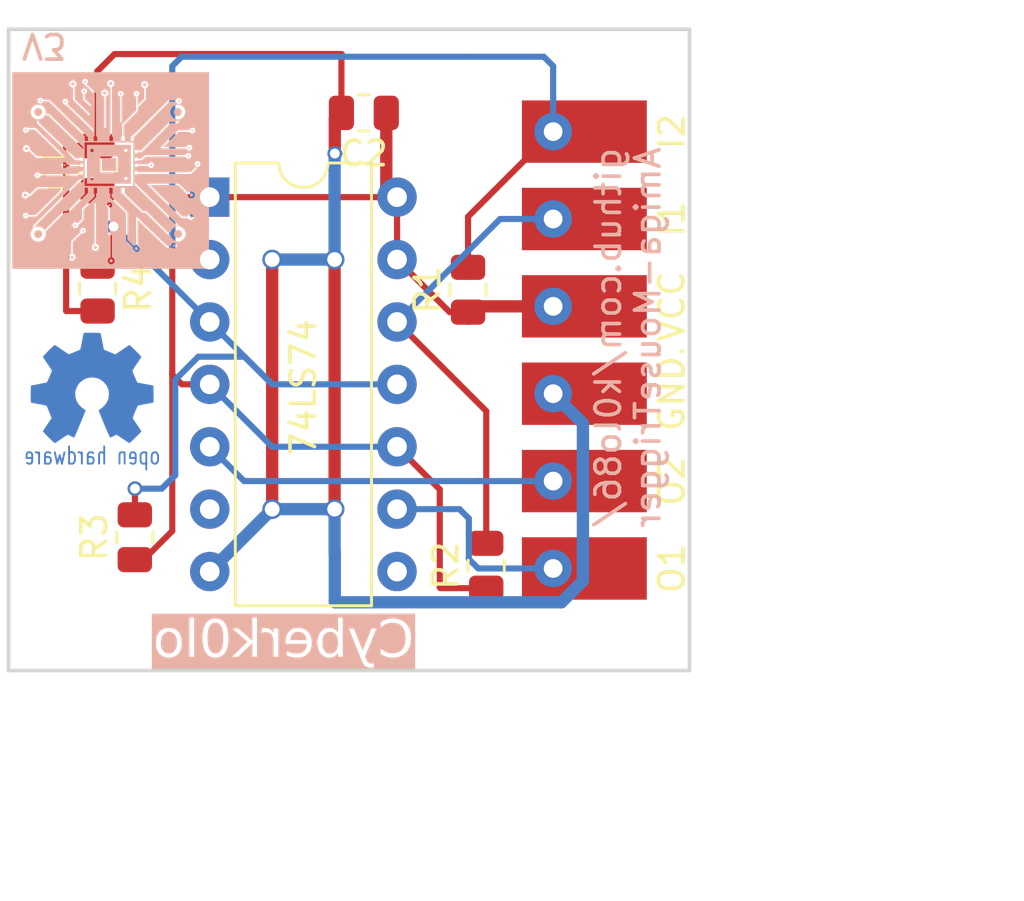
<source format=kicad_pcb>
(kicad_pcb (version 20221018) (generator pcbnew)
  (title_block (title "Amiga-MouseTrigger") (date "2024-12-30") (rev "3") (company "k0lo"))
  (layers (0 "F.Cu" signal) (31 "B.Cu" signal) (36 "B.SilkS" user "B.Silkscreen") (37 "F.SilkS" user "F.Silkscreen") (38 "B.Mask" user) (39 "F.Mask" user) (44 "Edge.Cuts" user))
  (net 0 "")
  (net 1 "Net-(U1A-Cp)")
  (net 2 "VCC")
  (net 3 "GND")
  (net 4 "Net-(J1-Pin_1)")
  (net 5 "Net-(J1-Pin_2)")
  (net 6 "Net-(J2-Pin_1)")
  (net 7 "Net-(J2-Pin_2)")
  (footprint "Resistor_SMD:R_0805_2012Metric" (layer "F.Cu") (at 125.476 99.663 90)
    (fp_text reference "C1" (at 0 -1.65 90) (layer "F.SilkS"))
    (fp_text value "10u")
    (pad "1" smd roundrect (at -0.9125 0 90) (size 1.025 1.4) (layers "F.Cu" "F.Paste" "F.Mask") (roundrect_rratio 0.243902439) (net 1 "Net-(U1A-Cp)"))
    (pad "2" smd roundrect (at 0.9125 0 90) (size 1.025 1.4) (layers "F.Cu" "F.Paste" "F.Mask") (roundrect_rratio 0.243902439) (net 3 "GND"))
  )
  (footprint "Resistor_SMD:R_0805_2012Metric" (layer "F.Cu") (at 136.318 97.409 180)
    (fp_text reference "C2" (at 0 -1.65 180) (layer "F.SilkS"))
    (fp_text value "100n")
    (pad "1" smd roundrect (at -0.9125 0 180) (size 1.025 1.4) (layers "F.Cu" "F.Paste" "F.Mask") (roundrect_rratio 0.243902439) (net 2 "VCC"))
    (pad "2" smd roundrect (at 0.9125 0 180) (size 1.025 1.4) (layers "F.Cu" "F.Paste" "F.Mask") (roundrect_rratio 0.243902439) (net 3 "GND"))
  )
  (footprint "Resistor_SMD:R_0805_2012Metric" (layer "F.Cu") (at 127 114.681 90)
    (fp_text reference "R3" (at 0 -1.65 90) (layer "F.SilkS"))
    (fp_text value "4.7k")
    (pad "1" smd roundrect (at -0.9125 0 90) (size 1.025 1.4) (layers "F.Cu" "F.Paste" "F.Mask") (roundrect_rratio 0.243902439) (net 2 "VCC"))
    (pad "2" smd roundrect (at 0.9125 0 90) (size 1.025 1.4) (layers "F.Cu" "F.Paste" "F.Mask") (roundrect_rratio 0.243902439) (net 1 "Net-(U1A-Cp)"))
  )
  (footprint "Housings_DIP:DIP-14_W7.62mm" (layer "F.Cu") (at 130.048 100.838)
    (fp_text reference "U1" hide)
    (fp_text value "74LS74" (at 3.81 7.747 90) (layer "F.SilkS"))
    (pad "1" thru_hole rect (at 0 0) (size 1.6 1.6) (drill 0.8) (layers "*.Cu" "*.Mask") (net 2 "VCC"))
    (pad "2" thru_hole oval (at 0 2.54) (size 1.6 1.6) (drill 0.8) (layers "*.Cu" "*.Mask") (net 4 "Net-(J1-Pin_1)"))
    (pad "3" thru_hole oval (at 0 5.08) (size 1.6 1.6) (drill 0.8) (layers "*.Cu" "*.Mask") (net 1 "Net-(U1A-Cp)"))
    (pad "4" thru_hole oval (at 0 7.62) (size 1.6 1.6) (drill 0.8) (layers "*.Cu" "*.Mask") (net 2 "VCC"))
    (pad "5" thru_hole oval (at 0 10.16) (size 1.6 1.6) (drill 0.8) (layers "*.Cu" "*.Mask") (net 6 "Net-(J2-Pin_1)"))
    (pad "6" thru_hole oval (at 0 12.7) (size 1.6 1.6) (drill 0.8) (layers "*.Cu" "*.Mask"))
    (pad "7" thru_hole oval (at 0 15.24 45) (size 1.6 1.6) (drill 0.8) (layers "*.Cu" "*.Mask") (net 3 "GND"))
    (pad "8" thru_hole oval (at 7.62 15.24) (size 1.6 1.6) (drill 0.8) (layers "*.Cu" "*.Mask"))
    (pad "9" thru_hole oval (at 7.62 12.7) (size 1.6 1.6) (drill 0.8) (layers "*.Cu" "*.Mask") (net 7 "Net-(J2-Pin_2)"))
    (pad "10" thru_hole oval (at 7.62 10.16) (size 1.6 1.6) (drill 0.8) (layers "*.Cu" "*.Mask") (net 2 "VCC"))
    (pad "11" thru_hole oval (at 7.62 7.62) (size 1.6 1.6) (drill 0.8) (layers "*.Cu" "*.Mask") (net 1 "Net-(U1A-Cp)"))
    (pad "12" thru_hole oval (at 7.62 5.08) (size 1.6 1.6) (drill 0.8) (layers "*.Cu" "*.Mask") (net 5 "Net-(J1-Pin_2)"))
    (pad "13" thru_hole oval (at 7.62 2.54) (size 1.6 1.6) (drill 0.8) (layers "*.Cu" "*.Mask") (net 2 "VCC"))
    (pad "14" thru_hole oval (at 7.62 0) (size 1.6 1.6) (drill 0.8) (layers "*.Cu" "*.Mask") (net 2 "VCC"))
  )
  (footprint "OpenAmigaMouseTrigger:LoosePads-2" (layer "F.Cu") (at 145.288 99.949 90)
    (fp_text reference "J1" hide)
    (fp_text value "INPUT_SIGNALS" hide)
    (pad "1" thru_hole circle (at 1.778 -1.27 90) (size 1.524 1.524) (drill 0.762) (layers "*.Cu" "*.Mask") (net 4 "Net-(J1-Pin_1)"))
    (pad "1" smd rect (at 1.778 0 180) (size 5.08 2.54) (layers "F.Cu" "F.Mask") (net 4 "Net-(J1-Pin_1)"))
    (pad "2" thru_hole circle (at -1.778 -1.27 90) (size 1.524 1.524) (drill 0.762) (layers "*.Cu" "*.Mask") (net 5 "Net-(J1-Pin_2)"))
    (pad "2" smd rect (at -1.778 0 180) (size 5.08 2.54) (layers "F.Cu" "F.Mask") (net 5 "Net-(J1-Pin_2)"))
  )
  (footprint "OpenAmigaMouseTrigger:LoosePads-2" (layer "F.Cu") (at 145.288 114.173 90)
    (fp_text reference "J2" hide)
    (fp_text value "OUTPUT" hide)
    (pad "1" thru_hole circle (at 1.778 -1.27 90) (size 1.524 1.524) (drill 0.762) (layers "*.Cu" "*.Mask") (net 6 "Net-(J2-Pin_1)"))
    (pad "1" smd rect (at 1.778 0 180) (size 5.08 2.54) (layers "F.Cu" "F.Mask") (net 6 "Net-(J2-Pin_1)"))
    (pad "2" thru_hole circle (at -1.778 -1.27 90) (size 1.524 1.524) (drill 0.762) (layers "*.Cu" "*.Mask") (net 7 "Net-(J2-Pin_2)"))
    (pad "2" smd rect (at -1.778 0 180) (size 5.08 2.54) (layers "F.Cu" "F.Mask") (net 7 "Net-(J2-Pin_2)"))
  )
  (footprint "OpenAmigaMouseTrigger:LoosePads-2" (layer "F.Cu") (at 145.288 107.061 90)
    (fp_text reference "J3" hide)
    (fp_text value "POWER" hide)
    (pad "1" thru_hole circle (at 1.778 -1.27 90) (size 1.524 1.524) (drill 0.762) (layers "*.Cu" "*.Mask") (net 2 "VCC"))
    (pad "1" smd rect (at 1.778 0 180) (size 5.08 2.54) (layers "F.Cu" "F.Mask") (net 2 "VCC"))
    (pad "2" thru_hole circle (at -1.778 -1.27 90) (size 1.524 1.524) (drill 0.762) (layers "*.Cu" "*.Mask") (net 3 "GND"))
    (pad "2" smd rect (at -1.778 0 180) (size 5.08 2.54) (layers "F.Cu" "F.Mask") (net 3 "GND"))
  )
  (footprint "Resistor_SMD:R_0805_2012Metric" (layer "F.Cu") (at 140.556 104.6065 90)
    (fp_text reference "R1" (at 0 -1.65 90) (layer "F.SilkS"))
    (fp_text value "22k")
    (pad "1" smd roundrect (at -0.9125 0 90) (size 1.025 1.4) (layers "F.Cu" "F.Paste" "F.Mask") (roundrect_rratio 0.243902439) (net 2 "VCC"))
    (pad "2" smd roundrect (at 0.9125 0 90) (size 1.025 1.4) (layers "F.Cu" "F.Paste" "F.Mask") (roundrect_rratio 0.243902439) (net 4 "Net-(J1-Pin_1)"))
  )
  (footprint "Resistor_SMD:R_0805_2012Metric" (layer "F.Cu") (at 141.296 115.8415 90)
    (fp_text reference "R2" (at 0 -1.65 90) (layer "F.SilkS"))
    (fp_text value "22k")
    (pad "1" smd roundrect (at -0.9125 0 90) (size 1.025 1.4) (layers "F.Cu" "F.Paste" "F.Mask") (roundrect_rratio 0.243902439) (net 2 "VCC"))
    (pad "2" smd roundrect (at 0.9125 0 90) (size 1.025 1.4) (layers "F.Cu" "F.Paste" "F.Mask") (roundrect_rratio 0.243902439) (net 5 "Net-(J1-Pin_2)"))
  )
  (footprint "Resistor_SMD:R_0805_2012Metric" (layer "F.Cu") (at 125.486 104.5615 -90)
    (fp_text reference "R4" (at 0 -1.65 -90) (layer "F.SilkS"))
    (fp_text value "330k")
    (pad "1" smd roundrect (at -0.9125 0 270) (size 1.025 1.4) (layers "F.Cu" "F.Paste" "F.Mask") (roundrect_rratio 0.243902439) (net 1 "Net-(U1A-Cp)"))
    (pad "2" smd roundrect (at 0.9125 0 270) (size 1.025 1.4) (layers "F.Cu" "F.Paste" "F.Mask") (roundrect_rratio 0.243902439) (net 3 "GND"))
  )
  (footprint "w_logo:Logo_copper_OSHW_6x6mm" (layer "B.Cu") (at 125.266 108.604 180)
    (fp_text reference "J99" hide)
    (fp_text value "OSHW_LOGO" hide)
    (fp_line (start -2.68 -2.95) (end -2.66 -3.01) (stroke (width 0.075)) (layer "B.Cu"))
    (fp_line (start -2.68 -2.75) (end -2.68 -2.95) (stroke (width 0.075)) (layer "B.Cu"))
    (fp_line (start -2.66 -3.01) (end -2.64 -3.04) (stroke (width 0.075)) (layer "B.Cu"))
    (fp_line (start -2.65 -2.68) (end -2.68 -2.75) (stroke (width 0.075)) (layer "B.Cu"))
    (fp_line (start -2.64 -3.04) (end -2.59 -3.08) (stroke (width 0.075)) (layer "B.Cu"))
    (fp_line (start -2.63 -2.65) (end -2.65 -2.68) (stroke (width 0.075)) (layer "B.Cu"))
    (fp_line (start -2.59 -3.08) (end -2.51 -3.08) (stroke (width 0.075)) (layer "B.Cu"))
    (fp_line (start -2.59 -2.62) (end -2.63 -2.65) (stroke (width 0.075)) (layer "B.Cu"))
    (fp_line (start -2.51 -3.08) (end -2.46 -3.05) (stroke (width 0.075)) (layer "B.Cu"))
    (fp_line (start -2.51 -2.62) (end -2.59 -2.62) (stroke (width 0.075)) (layer "B.Cu"))
    (fp_line (start -2.46 -3.05) (end -2.44 -3.02) (stroke (width 0.075)) (layer "B.Cu"))
    (fp_line (start -2.46 -2.66) (end -2.51 -2.62) (stroke (width 0.075)) (layer "B.Cu"))
    (fp_line (start -2.44 -3.02) (end -2.42 -2.95) (stroke (width 0.075)) (layer "B.Cu"))
    (fp_line (start -2.44 -2.69) (end -2.46 -2.66) (stroke (width 0.075)) (layer "B.Cu"))
    (fp_line (start -2.42 -2.95) (end -2.42 -2.75) (stroke (width 0.075)) (layer "B.Cu"))
    (fp_line (start -2.42 -2.75) (end -2.44 -2.69) (stroke (width 0.075)) (layer "B.Cu"))
    (fp_line (start -2.2 -3.32) (end -2.2 -2.62) (stroke (width 0.075)) (layer "B.Cu"))
    (fp_line (start -2.2 -2.65) (end -2.16 -2.62) (stroke (width 0.075)) (layer "B.Cu"))
    (fp_line (start -2.16 -2.62) (end -2.06 -2.62) (stroke (width 0.075)) (layer "B.Cu"))
    (fp_line (start -2.15 -3.08) (end -2.2 -3.05) (stroke (width 0.075)) (layer "B.Cu"))
    (fp_line (start -2.06 -2.62) (end -2.02 -2.65) (stroke (width 0.075)) (layer "B.Cu"))
    (fp_line (start -2.05 -3.08) (end -2.15 -3.08) (stroke (width 0.075)) (layer "B.Cu"))
    (fp_line (start -2.02 -2.65) (end -1.99 -2.68) (stroke (width 0.075)) (layer "B.Cu"))
    (fp_line (start -2.01 -3.05) (end -2.05 -3.08) (stroke (width 0.075)) (layer "B.Cu"))
    (fp_line (start -1.99 -3.02) (end -2.01 -3.05) (stroke (width 0.075)) (layer "B.Cu"))
    (fp_line (start -1.99 -2.68) (end -1.97 -2.74) (stroke (width 0.075)) (layer "B.Cu"))
    (fp_line (start -1.97 -2.96) (end -1.99 -3.02) (stroke (width 0.075)) (layer "B.Cu"))
    (fp_line (start -1.97 -2.74) (end -1.97 -2.96) (stroke (width 0.075)) (layer "B.Cu"))
    (fp_line (start -1.77 -2.98) (end -1.75 -3.05) (stroke (width 0.075)) (layer "B.Cu"))
    (fp_line (start -1.77 -2.71) (end -1.77 -2.98) (stroke (width 0.075)) (layer "B.Cu"))
    (fp_line (start -1.75 -3.05) (end -1.71 -3.08) (stroke (width 0.075)) (layer "B.Cu"))
    (fp_line (start -1.74 -2.65) (end -1.77 -2.71) (stroke (width 0.075)) (layer "B.Cu"))
    (fp_line (start -1.71 -3.08) (end -1.61 -3.08) (stroke (width 0.075)) (layer "B.Cu"))
    (fp_line (start -1.7 -2.62) (end -1.74 -2.65) (stroke (width 0.075)) (layer "B.Cu"))
    (fp_line (start -1.61 -3.08) (end -1.56 -3.05) (stroke (width 0.075)) (layer "B.Cu"))
    (fp_line (start -1.6 -2.62) (end -1.7 -2.62) (stroke (width 0.075)) (layer "B.Cu"))
    (fp_line (start -1.56 -2.66) (end -1.6 -2.62) (stroke (width 0.075)) (layer "B.Cu"))
    (fp_line (start -1.54 -2.85) (end -1.77 -2.85) (stroke (width 0.075)) (layer "B.Cu"))
    (fp_line (start -1.54 -2.85) (end -1.54 -2.73) (stroke (width 0.075)) (layer "B.Cu"))
    (fp_line (start -1.54 -2.73) (end -1.56 -2.66) (stroke (width 0.075)) (layer "B.Cu"))
    (fp_line (start -1.32 -2.68) (end -1.3 -2.65) (stroke (width 0.075)) (layer "B.Cu"))
    (fp_line (start -1.32 -2.62) (end -1.32 -3.08) (stroke (width 0.075)) (layer "B.Cu"))
    (fp_line (start -1.3 -2.65) (end -1.26 -2.62) (stroke (width 0.075)) (layer "B.Cu"))
    (fp_line (start -1.26 -2.62) (end -1.17 -2.62) (stroke (width 0.075)) (layer "B.Cu"))
    (fp_line (start -1.17 -2.62) (end -1.13 -2.65) (stroke (width 0.075)) (layer "B.Cu"))
    (fp_line (start -1.13 -2.65) (end -1.11 -2.71) (stroke (width 0.075)) (layer "B.Cu"))
    (fp_line (start -1.11 -2.71) (end -1.11 -3.08) (stroke (width 0.075)) (layer "B.Cu"))
    (fp_line (start -0.49 -2.69) (end -0.47 -2.65) (stroke (width 0.075)) (layer "B.Cu"))
    (fp_line (start -0.49 -2.38) (end -0.49 -3.08) (stroke (width 0.075)) (layer "B.Cu"))
    (fp_line (start -0.47 -2.65) (end -0.42 -2.62) (stroke (width 0.075)) (layer "B.Cu"))
    (fp_line (start -0.42 -2.62) (end -0.34 -2.62) (stroke (width 0.075)) (layer "B.Cu"))
    (fp_line (start -0.34 -2.62) (end -0.3 -2.65) (stroke (width 0.075)) (layer "B.Cu"))
    (fp_line (start -0.3 -2.65) (end -0.28 -2.71) (stroke (width 0.075)) (layer "B.Cu"))
    (fp_line (start -0.28 -2.71) (end -0.28 -3.08) (stroke (width 0.075)) (layer "B.Cu"))
    (fp_line (start -0.06 -2.98) (end -0.04 -3.04) (stroke (width 0.075)) (layer "B.Cu"))
    (fp_line (start -0.06 -2.91) (end -0.06 -2.98) (stroke (width 0.075)) (layer "B.Cu"))
    (fp_line (start -0.04 -3.04) (end 0.01 -3.08) (stroke (width 0.075)) (layer "B.Cu"))
    (fp_line (start -0.04 -2.65) (end 0.01 -2.62) (stroke (width 0.075)) (layer "B.Cu"))
    (fp_line (start -0.03 -2.84) (end -0.06 -2.91) (stroke (width 0.075)) (layer "B.Cu"))
    (fp_line (start 0.01 -3.08) (end 0.13 -3.08) (stroke (width 0.075)) (layer "B.Cu"))
    (fp_line (start 0.01 -2.62) (end 0.11 -2.62) (stroke (width 0.075)) (layer "B.Cu"))
    (fp_line (start 0.02 -2.81) (end -0.03 -2.84) (stroke (width 0.075)) (layer "B.Cu"))
    (fp_line (start 0.11 -2.62) (end 0.15 -2.65) (stroke (width 0.075)) (layer "B.Cu"))
    (fp_line (start 0.13 -3.08) (end 0.18 -3.04) (stroke (width 0.075)) (layer "B.Cu"))
    (fp_line (start 0.14 -2.81) (end 0.02 -2.81) (stroke (width 0.075)) (layer "B.Cu"))
    (fp_line (start 0.15 -2.65) (end 0.18 -2.71) (stroke (width 0.075)) (layer "B.Cu"))
    (fp_line (start 0.18 -2.78) (end 0.14 -2.81) (stroke (width 0.075)) (layer "B.Cu"))
    (fp_line (start 0.18 -2.71) (end 0.18 -3.08) (stroke (width 0.075)) (layer "B.Cu"))
    (fp_line (start 0.42 -2.74) (end 0.44 -2.67) (stroke (width 0.075)) (layer "B.Cu"))
    (fp_line (start 0.42 -2.62) (end 0.42 -3.08) (stroke (width 0.075)) (layer "B.Cu"))
    (fp_line (start 0.44 -2.67) (end 0.46 -2.65) (stroke (width 0.075)) (layer "B.Cu"))
    (fp_line (start 0.46 -2.65) (end 0.51 -2.62) (stroke (width 0.075)) (layer "B.Cu"))
    (fp_line (start 0.51 -2.62) (end 0.56 -2.62) (stroke (width 0.075)) (layer "B.Cu"))
    (fp_line (start 0.7 -2.95) (end 0.7 -2.75) (stroke (width 0.075)) (layer "B.Cu"))
    (fp_line (start 0.7 -2.75) (end 0.73 -2.68) (stroke (width 0.075)) (layer "B.Cu"))
    (fp_line (start 0.73 -3.02) (end 0.7 -2.95) (stroke (width 0.075)) (layer "B.Cu"))
    (fp_line (start 0.73 -2.68) (end 0.75 -2.65) (stroke (width 0.075)) (layer "B.Cu"))
    (fp_line (start 0.75 -3.05) (end 0.73 -3.02) (stroke (width 0.075)) (layer "B.Cu"))
    (fp_line (start 0.75 -2.65) (end 0.81 -2.61) (stroke (width 0.075)) (layer "B.Cu"))
    (fp_line (start 0.79 -3.08) (end 0.75 -3.05) (stroke (width 0.075)) (layer "B.Cu"))
    (fp_line (start 0.81 -2.61) (end 0.88 -2.61) (stroke (width 0.075)) (layer "B.Cu"))
    (fp_line (start 0.88 -2.61) (end 0.94 -2.65) (stroke (width 0.075)) (layer "B.Cu"))
    (fp_line (start 0.9 -3.08) (end 0.79 -3.08) (stroke (width 0.075)) (layer "B.Cu"))
    (fp_line (start 0.94 -3.05) (end 0.9 -3.08) (stroke (width 0.075)) (layer "B.Cu"))
    (fp_line (start 0.94 -2.38) (end 0.94 -3.08) (stroke (width 0.075)) (layer "B.Cu"))
    (fp_line (start 1.13 -2.62) (end 1.23 -3.08) (stroke (width 0.075)) (layer "B.Cu"))
    (fp_line (start 1.23 -3.08) (end 1.32 -2.74) (stroke (width 0.075)) (layer "B.Cu"))
    (fp_line (start 1.32 -2.74) (end 1.42 -3.08) (stroke (width 0.075)) (layer "B.Cu"))
    (fp_line (start 1.42 -3.08) (end 1.52 -2.62) (stroke (width 0.075)) (layer "B.Cu"))
    (fp_line (start 1.68 -2.98) (end 1.7 -3.04) (stroke (width 0.075)) (layer "B.Cu"))
    (fp_line (start 1.68 -2.91) (end 1.68 -2.98) (stroke (width 0.075)) (layer "B.Cu"))
    (fp_line (start 1.7 -3.04) (end 1.75 -3.08) (stroke (width 0.075)) (layer "B.Cu"))
    (fp_line (start 1.7 -2.65) (end 1.75 -2.62) (stroke (width 0.075)) (layer "B.Cu"))
    (fp_line (start 1.71 -2.84) (end 1.68 -2.91) (stroke (width 0.075)) (layer "B.Cu"))
    (fp_line (start 1.75 -3.08) (end 1.87 -3.08) (stroke (width 0.075)) (layer "B.Cu"))
    (fp_line (start 1.75 -2.62) (end 1.85 -2.62) (stroke (width 0.075)) (layer "B.Cu"))
    (fp_line (start 1.76 -2.81) (end 1.71 -2.84) (stroke (width 0.075)) (layer "B.Cu"))
    (fp_line (start 1.85 -2.62) (end 1.89 -2.65) (stroke (width 0.075)) (layer "B.Cu"))
    (fp_line (start 1.87 -3.08) (end 1.92 -3.04) (stroke (width 0.075)) (layer "B.Cu"))
    (fp_line (start 1.88 -2.81) (end 1.76 -2.81) (stroke (width 0.075)) (layer "B.Cu"))
    (fp_line (start 1.89 -2.65) (end 1.92 -2.71) (stroke (width 0.075)) (layer "B.Cu"))
    (fp_line (start 1.92 -2.78) (end 1.88 -2.81) (stroke (width 0.075)) (layer "B.Cu"))
    (fp_line (start 1.92 -2.71) (end 1.92 -3.08) (stroke (width 0.075)) (layer "B.Cu"))
    (fp_line (start 2.16 -2.74) (end 2.18 -2.67) (stroke (width 0.075)) (layer "B.Cu"))
    (fp_line (start 2.16 -2.62) (end 2.16 -3.08) (stroke (width 0.075)) (layer "B.Cu"))
    (fp_line (start 2.18 -2.67) (end 2.2 -2.65) (stroke (width 0.075)) (layer "B.Cu"))
    (fp_line (start 2.2 -2.65) (end 2.25 -2.62) (stroke (width 0.075)) (layer "B.Cu"))
    (fp_line (start 2.25 -2.62) (end 2.3 -2.62) (stroke (width 0.075)) (layer "B.Cu"))
    (fp_line (start 2.44 -2.98) (end 2.46 -3.05) (stroke (width 0.075)) (layer "B.Cu"))
    (fp_line (start 2.44 -2.71) (end 2.44 -2.98) (stroke (width 0.075)) (layer "B.Cu"))
    (fp_line (start 2.46 -3.05) (end 2.5 -3.08) (stroke (width 0.075)) (layer "B.Cu"))
    (fp_line (start 2.47 -2.65) (end 2.44 -2.71) (stroke (width 0.075)) (layer "B.Cu"))
    (fp_line (start 2.5 -3.08) (end 2.6 -3.08) (stroke (width 0.075)) (layer "B.Cu"))
    (fp_line (start 2.51 -2.62) (end 2.47 -2.65) (stroke (width 0.075)) (layer "B.Cu"))
    (fp_line (start 2.6 -3.08) (end 2.65 -3.05) (stroke (width 0.075)) (layer "B.Cu"))
    (fp_line (start 2.61 -2.62) (end 2.51 -2.62) (stroke (width 0.075)) (layer "B.Cu"))
    (fp_line (start 2.65 -2.66) (end 2.61 -2.62) (stroke (width 0.075)) (layer "B.Cu"))
    (fp_line (start 2.67 -2.85) (end 2.44 -2.85) (stroke (width 0.075)) (layer "B.Cu"))
    (fp_line (start 2.67 -2.85) (end 2.67 -2.73) (stroke (width 0.075)) (layer "B.Cu"))
    (fp_line (start 2.67 -2.73) (end 2.65 -2.66) (stroke (width 0.075)) (layer "B.Cu"))
    (fp_poly (pts (xy -1.51384 -2.24536) (xy -1.48844 -2.23012) (xy -1.43002 -2.19456) (xy -1.3462 -2.13868) (xy -1.24714 -2.07264) (xy -1.14808 -2.0066) (xy -1.0668 -1.95326) (xy -1.01092 -1.91516) (xy -0.98552 -1.90246) (xy -0.97282 -1.90754) (xy -0.9271 -1.9304) (xy -0.85852 -1.96596) (xy -0.81788 -1.98628) (xy -0.75692 -2.01168) (xy -0.7239 -2.0193) (xy -0.71882 -2.00914) (xy -0.69596 -1.96088) (xy -0.6604 -1.8796) (xy -0.61468 -1.77038) (xy -0.5588 -1.64338) (xy -0.50292 -1.50876) (xy -0.4445 -1.36906) (xy -0.38862 -1.23444) (xy -0.34036 -1.11506) (xy -0.29972 -1.01854) (xy -0.27432 -0.94996) (xy -0.26416 -0.92202) (xy -0.2667 -0.9144) (xy -0.29972 -0.88392) (xy -0.35306 -0.84328) (xy -0.47244 -0.74676) (xy -0.58928 -0.60198) (xy -0.6604 -0.43688) (xy -0.68326 -0.25146) (xy -0.66294 -0.08128) (xy -0.5969 0.08128) (xy -0.4826 0.2286) (xy -0.3429 0.33782) (xy -0.18034 0.4064) (xy 0 0.42926) (xy 0.17272 0.40894) (xy 0.34036 0.3429) (xy 0.48768 0.23114) (xy 0.55118 0.16002) (xy 0.63754 0.01016) (xy 0.6858 -0.14732) (xy 0.69088 -0.18796) (xy 0.68326 -0.36322) (xy 0.63246 -0.5334) (xy 0.53848 -0.68326) (xy 0.40894 -0.80772) (xy 0.3937 -0.81788) (xy 0.33528 -0.8636) (xy 0.29464 -0.89408) (xy 0.26416 -0.91948) (xy 0.48768 -1.45796) (xy 0.52324 -1.54178) (xy 0.5842 -1.6891) (xy 0.63754 -1.8161) (xy 0.68072 -1.9177) (xy 0.7112 -1.98374) (xy 0.7239 -2.01168) (xy 0.7239 -2.01422) (xy 0.74422 -2.01676) (xy 0.78486 -2.00152) (xy 0.86106 -1.96596) (xy 0.90932 -1.94056) (xy 0.96774 -1.91262) (xy 0.99314 -1.90246) (xy 1.016 -1.91516) (xy 1.06934 -1.95072) (xy 1.15062 -2.00406) (xy 1.24714 -2.06756) (xy 1.33858 -2.13106) (xy 1.4224 -2.18694) (xy 1.48336 -2.22504) (xy 1.51384 -2.24282) (xy 1.51892 -2.24282) (xy 1.54432 -2.22758) (xy 1.59258 -2.18694) (xy 1.66624 -2.11836) (xy 1.77038 -2.01422) (xy 1.78562 -1.99898) (xy 1.87198 -1.91262) (xy 1.94056 -1.83896) (xy 1.98628 -1.78816) (xy 2.00406 -1.7653) (xy 1.98882 -1.73482) (xy 1.95072 -1.67386) (xy 1.89484 -1.5875) (xy 1.82626 -1.48844) (xy 1.64846 -1.22936) (xy 1.74498 -0.98552) (xy 1.77546 -0.90932) (xy 1.81356 -0.82042) (xy 1.8415 -0.75438) (xy 1.85674 -0.72644) (xy 1.88214 -0.71628) (xy 1.95072 -0.70104) (xy 2.04724 -0.68072) (xy 2.16154 -0.6604) (xy 2.2733 -0.64008) (xy 2.37236 -0.61976) (xy 2.44348 -0.60706) (xy 2.4765 -0.59944) (xy 2.48412 -0.59436) (xy 2.49174 -0.57912) (xy 2.49428 -0.5461) (xy 2.49682 -0.48514) (xy 2.49936 -0.39116) (xy 2.49936 -0.25146) (xy 2.49936 -0.23622) (xy 2.49682 -0.10668) (xy 2.49428 0) (xy 2.49174 0.06604) (xy 2.48666 0.09398) (xy 2.45618 0.1016) (xy 2.38506 0.11684) (xy 2.286 0.13462) (xy 2.16662 0.15748) (xy 2.159 0.16002) (xy 2.04216 0.18288) (xy 1.9431 0.2032) (xy 1.87198 0.21844) (xy 1.84404 0.2286) (xy 1.83642 0.23622) (xy 1.81356 0.28194) (xy 1.78054 0.3556) (xy 1.7399 0.4445) (xy 1.7018 0.53848) (xy 1.66878 0.6223) (xy 1.64592 0.68326) (xy 1.6383 0.7112) (xy 1.64084 0.71374) (xy 1.65862 0.74168) (xy 1.69926 0.80264) (xy 1.75514 0.88646) (xy 1.82372 0.98806) (xy 1.8288 0.99568) (xy 1.89738 1.09474) (xy 1.95326 1.1811) (xy 1.98882 1.23952) (xy 2.00406 1.26746) (xy 2.00406 1.27) (xy 1.9812 1.30048) (xy 1.9304 1.35636) (xy 1.85674 1.43256) (xy 1.77038 1.52146) (xy 1.74244 1.54686) (xy 1.64338 1.64338) (xy 1.57734 1.70434) (xy 1.53416 1.73736) (xy 1.51384 1.74498) (xy 1.48336 1.7272) (xy 1.41986 1.68656) (xy 1.33604 1.62814) (xy 1.23444 1.55956) (xy 1.22682 1.55448) (xy 1.12776 1.4859) (xy 1.04394 1.43002) (xy 0.98552 1.38938) (xy 0.95758 1.37414) (xy 0.95504 1.37414) (xy 0.9144 1.38684) (xy 0.84328 1.41224) (xy 0.75438 1.44526) (xy 0.66294 1.48336) (xy 0.57912 1.51892) (xy 0.51562 1.54686) (xy 0.48514 1.56464) (xy 0.47498 1.6002) (xy 0.4572 1.6764) (xy 0.43688 1.778) (xy 0.41148 1.89992) (xy 0.40894 1.92024) (xy 0.38608 2.03962) (xy 0.3683 2.13868) (xy 0.35306 2.20726) (xy 0.34544 2.2352) (xy 0.3302 2.23774) (xy 0.27178 2.24282) (xy 0.18288 2.24536) (xy 0.07366 2.24536) (xy -0.0381 2.24536) (xy -0.14732 2.24282) (xy -0.2413 2.24028) (xy -0.30988 2.2352) (xy -0.33782 2.23012) (xy -0.33782 2.22758) (xy -0.34798 2.18948) (xy -0.36576 2.11582) (xy -0.38608 2.01168) (xy -0.40894 1.88976) (xy -0.41402 1.8669) (xy -0.43688 1.75006) (xy -0.4572 1.651) (xy -0.4699 1.58496) (xy -0.47752 1.55702) (xy -0.49022 1.55194) (xy -0.53848 1.53162) (xy -0.61722 1.4986) (xy -0.71628 1.45796) (xy -0.94488 1.36652) (xy -1.22682 1.55702) (xy -1.25222 1.5748) (xy -1.35382 1.64338) (xy -1.4351 1.69926) (xy -1.49352 1.73736) (xy -1.51638 1.75006) (xy -1.51892 1.75006) (xy -1.54686 1.72466) (xy -1.60274 1.67132) (xy -1.67894 1.59766) (xy -1.76784 1.5113) (xy -1.83134 1.44526) (xy -1.91008 1.36652) (xy -1.95834 1.31318) (xy -1.98628 1.28016) (xy -1.9939 1.25984) (xy -1.99136 1.2446) (xy -1.97358 1.21666) (xy -1.93294 1.1557) (xy -1.87452 1.06934) (xy -1.80594 0.97028) (xy -1.75006 0.88646) (xy -1.6891 0.79248) (xy -1.651 0.72644) (xy -1.63576 0.69342) (xy -1.64084 0.68072) (xy -1.65862 0.62484) (xy -1.69418 0.54102) (xy -1.73482 0.44196) (xy -1.83388 0.22098) (xy -1.97866 0.19304) (xy -2.06756 0.17526) (xy -2.18948 0.1524) (xy -2.30886 0.12954) (xy -2.49174 0.09398) (xy -2.49936 -0.58166) (xy -2.47142 -0.59436) (xy -2.44348 -0.60198) (xy -2.3749 -0.61722) (xy -2.27838 -0.63754) (xy -2.16154 -0.65786) (xy -2.06502 -0.67564) (xy -1.96596 -0.69596) (xy -1.89484 -0.70866) (xy -1.86436 -0.71628) (xy -1.8542 -0.72644) (xy -1.83134 -0.7747) (xy -1.79578 -0.8509) (xy -1.75514 -0.94234) (xy -1.71704 -1.03632) (xy -1.68148 -1.12522) (xy -1.65862 -1.19126) (xy -1.64846 -1.22428) (xy -1.66116 -1.25222) (xy -1.69926 -1.31064) (xy -1.7526 -1.39192) (xy -1.82118 -1.49098) (xy -1.88722 -1.5875) (xy -1.94564 -1.67132) (xy -1.98374 -1.73228) (xy -2.00152 -1.76022) (xy -1.99136 -1.778) (xy -1.95326 -1.82626) (xy -1.8796 -1.90246) (xy -1.76784 -2.01168) (xy -1.75006 -2.02946) (xy -1.6637 -2.11328) (xy -1.59004 -2.18186) (xy -1.5367 -2.22758) (xy -1.51384 -2.24536)) (stroke (width 0.00254)) (fill solid) (layer "B.Cu"))
  )
  (footprint "Library:cyberkolo_logo_pcb" (layer "B.Cu") (at 126.016 99.754 180)
    (fp_text reference "G***" hide)
    (fp_text value "LOGO" hide)
  )
  (gr_rect (start 149.2406 107.1036) (end 149.266 107.129) (stroke (width 0.15)) (fill none) (layer "F.SilkS"))
  (gr_rect (start 121.866 94.004) (end 149.566 120.104) (stroke (width 0.15)) (fill none) (layer "Edge.Cuts"))
  (gr_text "V3" (at 123.316 94.674 180) (layer "B.SilkS") (effects (font (size 1 1)) (justify mirror)))
  (gr_text "Cyberk0lo" (at 138.356 119.804) (layer "B.SilkS" knockout) (effects (font (size 1.5 1.5) (thickness 0.1875)) (justify left bottom mirror)))
  (gr_text "github.com/k0lo86/\nAmiga-MouseTrigger" (at 147.066 106.553 90) (layer "B.SilkS") (effects (font (size 1 1)) (justify mirror)))
  (gr_text "GND" (at 148.844 108.839 90) (layer "F.SilkS") (effects (font (size 1 1))))
  (gr_text "I2" (at 148.844 98.171 90) (layer "F.SilkS") (effects (font (size 1 1))))
  (gr_text "I1" (at 148.844 101.727 90) (layer "F.SilkS") (effects (font (size 1 1))))
  (gr_text "O2" (at 148.844 112.395 90) (layer "F.SilkS") (effects (font (size 1 1))))
  (gr_text "O1" (at 148.844 115.951 90) (layer "F.SilkS") (effects (font (size 1 1))))
  (gr_text "VCC" (at 148.844 105.283 90) (layer "F.SilkS") (effects (font (size 1 1))))
  (segment (start 126.136 102.034) (end 126.136 102.999) (width 0.25) (layer "F.Cu") (net 1))
  (segment (start 126.136 102.999) (end 125.486 103.649) (width 0.25) (layer "F.Cu") (net 1))
  (segment (start 126.136 102.034) (end 126.136 101.2355) (width 0.25) (layer "F.Cu") (net 1))
  (segment (start 127.006 113.7625) (end 127 113.7685) (width 0.25) (layer "F.Cu") (net 1))
  (segment (start 126.136 101.2355) (end 125.476 100.5755) (width 0.25) (layer "F.Cu") (net 1))
  (segment (start 127.006 112.704) (end 127.006 113.7625) (width 0.25) (layer "F.Cu") (net 1))
  (via (at 126.136 102.034) (size 0.6) (drill 0.4) (layers "F.Cu" "B.Cu") (net 1))
  (via (at 127.006 112.704) (size 0.6) (drill 0.4) (layers "F.Cu" "B.Cu") (net 1))
  (segment (start 126.164 102.034) (end 126.136 102.034) (width 0.25) (layer "B.Cu") (net 1))
  (segment (start 132.588 108.458) (end 130.048 105.918) (width 0.25) (layer "B.Cu") (net 1))
  (segment (start 128.6455 108.269509) (end 129.582009 107.333) (width 0.25) (layer "B.Cu") (net 1))
  (segment (start 126.136 102.006) (end 126.144 102.014) (width 0.25) (layer "B.Cu") (net 1))
  (segment (start 127.006 112.704) (end 128.096 112.704) (width 0.25) (layer "B.Cu") (net 1))
  (segment (start 137.668 108.458) (end 132.588 108.458) (width 0.25) (layer "B.Cu") (net 1))
  (segment (start 128.6455 112.1545) (end 128.6455 108.269509) (width 0.25) (layer "B.Cu") (net 1))
  (segment (start 131.463 107.333) (end 132.588 108.458) (width 0.25) (layer "B.Cu") (net 1))
  (segment (start 126.136 102.034) (end 126.136 102.006) (width 0.25) (layer "B.Cu") (net 1))
  (segment (start 128.096 112.704) (end 128.6455 112.1545) (width 0.25) (layer "B.Cu") (net 1))
  (segment (start 129.582009 107.333) (end 131.463 107.333) (width 0.25) (layer "B.Cu") (net 1))
  (segment (start 130.048 105.918) (end 126.164 102.034) (width 0.25) (layer "B.Cu") (net 1))
  (segment (start 127.3575 115.5935) (end 128.27 114.681) (width 0.25) (layer "F.Cu") (net 2))
  (segment (start 141.097 105.283) (end 140.589 105.791) (width 0.5) (layer "F.Cu") (net 2))
  (segment (start 128.524 101.092) (end 128.778 100.838) (width 0.25) (layer "F.Cu") (net 2))
  (segment (start 137.668 100.838) (end 137.668 103.378) (width 0.25) (layer "F.Cu") (net 2))
  (segment (start 130.048 100.838) (end 137.668 100.838) (width 0.25) (layer "F.Cu") (net 2))
  (segment (start 137.2305 97.409) (end 137.2305 100.4005) (width 0.5) (layer "F.Cu") (net 2))
  (segment (start 128.524 107.95) (end 128.524 101.092) (width 0.25) (layer "F.Cu") (net 2))
  (segment (start 139.436 116.754) (end 141.296 116.754) (width 0.25) (layer "F.Cu") (net 2))
  (segment (start 127 115.5935) (end 127.3575 115.5935) (width 0.5) (layer "F.Cu") (net 2))
  (segment (start 128.524 108.06537) (end 128.524 107.95) (width 0.25) (layer "F.Cu") (net 2))
  (segment (start 139.809 105.519) (end 140.556 105.519) (width 0.25) (layer "F.Cu") (net 2))
  (segment (start 144.018 105.283) (end 140.589 105.283) (width 0.5) (layer "F.Cu") (net 2))
  (segment (start 139.406 116.724) (end 139.436 116.754) (width 0.25) (layer "F.Cu") (net 2))
  (segment (start 130.048 108.458) (end 128.91663 108.458) (width 0.25) (layer "F.Cu") (net 2))
  (segment (start 128.524 114.427) (end 128.524 107.95) (width 0.25) (layer "F.Cu") (net 2))
  (segment (start 137.2305 100.4005) (end 137.668 100.838) (width 0.5) (layer "F.Cu") (net 2))
  (segment (start 139.406 112.736) (end 139.406 116.724) (width 0.25) (layer "F.Cu") (net 2))
  (segment (start 128.91663 108.458) (end 128.524 108.06537) (width 0.25) (layer "F.Cu") (net 2))
  (segment (start 128.27 114.681) (end 128.524 114.427) (width 0.25) (layer "F.Cu") (net 2))
  (segment (start 137.668 110.998) (end 139.406 112.736) (width 0.25) (layer "F.Cu") (net 2))
  (segment (start 137.668 103.378) (end 139.809 105.519) (width 0.25) (layer "F.Cu") (net 2))
  (segment (start 128.778 100.838) (end 130.048 100.838) (width 0.25) (layer "F.Cu") (net 2))
  (segment (start 137.668 110.998) (end 132.588 110.998) (width 0.25) (layer "B.Cu") (net 2))
  (segment (start 132.588 110.998) (end 130.048 108.458) (width 0.25) (layer "B.Cu") (net 2))
  (segment (start 135.128 103.378) (end 135.128 113.538) (width 0.5) (layer "F.Cu") (net 3))
  (segment (start 124.206 98.804) (end 124.2595 98.7505) (width 0.25) (layer "F.Cu") (net 3))
  (segment (start 125.476 95.714) (end 126.176 95.014) (width 0.25) (layer "F.Cu") (net 3))
  (segment (start 124.216 105.474) (end 124.206 105.464) (width 0.25) (layer "F.Cu") (net 3))
  (segment (start 135.4055 95.0245) (end 135.4055 97.409) (width 0.25) (layer "F.Cu") (net 3))
  (segment (start 125.486 105.474) (end 125.476 105.484) (width 0.25) (layer "F.Cu") (net 3))
  (segment (start 126.176 95.014) (end 135.416 95.014) (width 0.25) (layer "F.Cu") (net 3))
  (segment (start 135.136 99.064) (end 135.136 97.6785) (width 0.5) (layer "F.Cu") (net 3))
  (segment (start 124.206 105.464) (end 124.206 98.804) (width 0.25) (layer "F.Cu") (net 3))
  (segment (start 125.476 98.7505) (end 125.476 95.714) (width 0.25) (layer "F.Cu") (net 3))
  (segment (start 132.588 113.538) (end 132.588 103.378) (width 0.5) (layer "F.Cu") (net 3))
  (segment (start 125.486 105.474) (end 124.216 105.474) (width 0.25) (layer "F.Cu") (net 3))
  (segment (start 135.416 95.014) (end 135.4055 95.0245) (width 0.25) (layer "F.Cu") (net 3))
  (segment (start 135.136 97.6785) (end 135.4055 97.409) (width 0.5) (layer "F.Cu") (net 3))
  (segment (start 124.2595 98.7505) (end 125.476 98.7505) (width 0.25) (layer "F.Cu") (net 3))
  (via (at 132.588 103.378) (size 0.8) (drill 0.6) (layers "F.Cu" "B.Cu") (net 3))
  (via (at 135.128 113.538) (size 0.8) (drill 0.6) (layers "F.Cu" "B.Cu") (net 3))
  (via (at 135.128 103.378) (size 0.8) (drill 0.6) (layers "F.Cu" "B.Cu") (net 3))
  (via (at 135.136 99.064) (size 0.6) (drill 0.4) (layers "F.Cu" "B.Cu") (net 3))
  (via (at 132.588 113.538) (size 0.8) (drill 0.6) (layers "F.Cu" "B.Cu") (net 3))
  (segment (start 135.128 99.122) (end 135.136 99.114) (width 0.5) (layer "B.Cu") (net 3))
  (segment (start 135.128 115.305767) (end 135.136 115.313767) (width 0.5) (layer "B.Cu") (net 3))
  (segment (start 135.136 117.314) (end 135.15 117.328) (width 0.5) (layer "B.Cu") (net 3))
  (segment (start 135.128 113.538) (end 135.128 115.305767) (width 0.5) (layer "B.Cu") (net 3))
  (segment (start 135.186 99.064) (end 135.166 99.084) (width 0.5) (layer "B.Cu") (net 3))
  (segment (start 145.23 116.453027) (end 145.23 110.051) (width 0.5) (layer "B.Cu") (net 3))
  (segment (start 135.128 103.378) (end 135.128 99.122) (width 0.5) (layer "B.Cu") (net 3))
  (segment (start 135.128 113.538) (end 132.588 113.538) (width 0.5) (layer "B.Cu") (net 3))
  (segment (start 132.588 113.538) (end 130.048 116.078) (width 0.5) (layer "B.Cu") (net 3))
  (segment (start 135.136 99.114) (end 135.136 99.064) (width 0.5) (layer "B.Cu") (net 3))
  (segment (start 135.136 99.064) (end 135.186 99.064) (width 0.5) (layer "B.Cu") (net 3))
  (segment (start 132.588 103.378) (end 135.128 103.378) (width 0.5) (layer "B.Cu") (net 3))
  (segment (start 145.23 110.051) (end 144.018 108.839) (width 0.5) (layer "B.Cu") (net 3))
  (segment (start 144.355027 117.328) (end 145.23 116.453027) (width 0.5) (layer "B.Cu") (net 3))
  (segment (start 135.15 117.328) (end 144.355027 117.328) (width 0.5) (layer "B.Cu") (net 3))
  (segment (start 135.136 115.313767) (end 135.136 117.314) (width 0.5) (layer "B.Cu") (net 3))
  (segment (start 140.556 101.633) (end 144.018 98.171) (width 0.25) (layer "F.Cu") (net 4))
  (segment (start 143.002 97.409) (end 143.764 98.171) (width 0.5) (layer "F.Cu") (net 4))
  (segment (start 140.556 103.694) (end 140.556 101.633) (width 0.25) (layer "F.Cu") (net 4))
  (segment (start 128.524 102.98537) (end 128.524 96.139) (width 0.25) (layer "B.Cu") (net 4))
  (segment (start 143.637 95.123) (end 144.018 95.504) (width 0.25) (layer "B.Cu") (net 4))
  (segment (start 140.589 95.123) (end 143.637 95.123) (width 0.25) (layer "B.Cu") (net 4))
  (segment (start 130.048 103.378) (end 128.91663 103.378) (width 0.25) (layer "B.Cu") (net 4))
  (segment (start 128.905 95.123) (end 128.524 95.504) (width 0.25) (layer "B.Cu") (net 4))
  (segment (start 140.589 95.123) (end 128.905 95.123) (width 0.25) (layer "B.Cu") (net 4))
  (segment (start 128.524 95.504) (end 128.524 96.139) (width 0.25) (layer "B.Cu") (net 4))
  (segment (start 144.018 95.504) (end 144.018 98.171) (width 0.25) (layer "B.Cu") (net 4))
  (segment (start 128.91663 103.378) (end 128.524 102.98537) (width 0.25) (layer "B.Cu") (net 4))
  (segment (start 128.524 96.139) (end 128.524 96.012) (width 0.25) (layer "B.Cu") (net 4))
  (segment (start 137.668 105.918) (end 141.296 109.546) (width 0.25) (layer "F.Cu") (net 5))
  (segment (start 141.296 109.546) (end 141.296 114.929) (width 0.25) (layer "F.Cu") (net 5))
  (segment (start 141.859 101.727) (end 137.668 105.918) (width 0.25) (layer "B.Cu") (net 5))
  (segment (start 144.018 101.727) (end 141.859 101.727) (width 0.25) (layer "B.Cu") (net 5))
  (segment (start 131.445 112.395) (end 130.048 110.998) (width 0.25) (layer "B.Cu") (net 6))
  (segment (start 140.97 112.395) (end 144.018 112.395) (width 0.25) (layer "B.Cu") (net 6))
  (segment (start 140.97 112.395) (end 131.445 112.395) (width 0.25) (layer "B.Cu") (net 6))
  (segment (start 137.668 113.538) (end 140.208 113.538) (width 0.25) (layer "B.Cu") (net 7))
  (segment (start 140.97 115.951) (end 143.764 115.951) (width 0.25) (layer "B.Cu") (net 7))
  (segment (start 140.208 113.538) (end 140.589 113.919) (width 0.25) (layer "B.Cu") (net 7))
  (segment (start 140.589 115.57) (end 140.97 115.951) (width 0.25) (layer "B.Cu") (net 7))
  (segment (start 140.589 113.919) (end 140.589 115.57) (width 0.25) (layer "B.Cu") (net 7))
)
</source>
